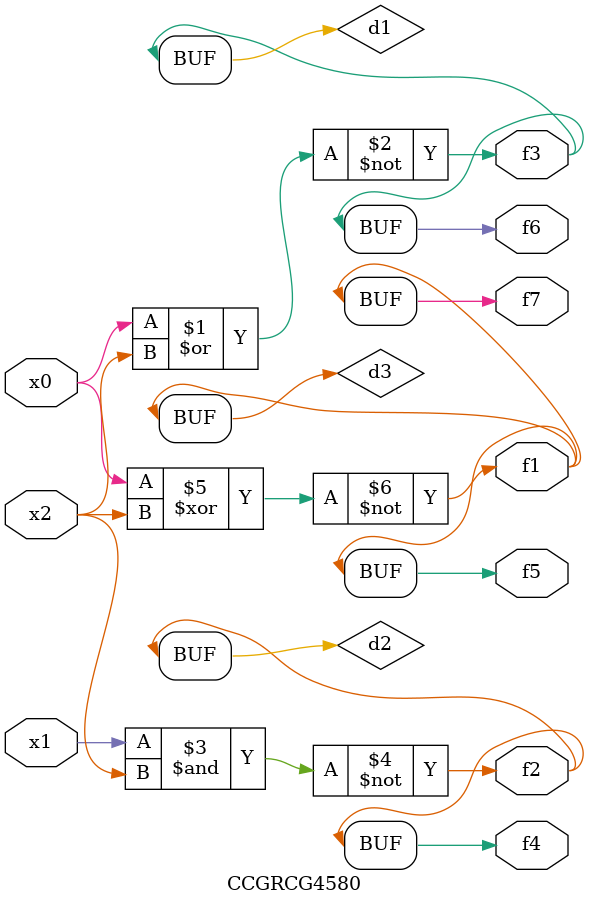
<source format=v>
module CCGRCG4580(
	input x0, x1, x2,
	output f1, f2, f3, f4, f5, f6, f7
);

	wire d1, d2, d3;

	nor (d1, x0, x2);
	nand (d2, x1, x2);
	xnor (d3, x0, x2);
	assign f1 = d3;
	assign f2 = d2;
	assign f3 = d1;
	assign f4 = d2;
	assign f5 = d3;
	assign f6 = d1;
	assign f7 = d3;
endmodule

</source>
